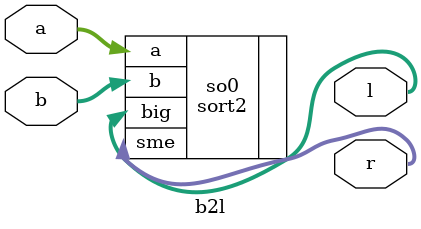
<source format=v>
`include "sort2.v"

module sort_yo
(
   input  [7:0] total7, total6, total5, total4, total3, total2, total1, total0,
   output [7:0] list7, list6, list5, list4, list3, list2, list1, list0
);


//===========================================
//   level 1
//===========================================

// wire [63:0] l1out,l2out,l3out,l4out,l5out,l6out;
wire [7:0] l1 [7:0], l2 [7:0], l3 [7:0], l4 [7:0], l5 [7:0];  // 宣告五個 8x8 的 wire 陣列


b2r b2r11(.a(total7), .b(total6), .l(l1[7]), .r(l1[6]));
b2r b2r12(.a(total3), .b(total2), .l(l1[3]), .r(l1[2]));
b2l b2l11(.a(total5), .b(total4), .l(l1[5]), .r(l1[4]));
b2l b2l12(.a(total1), .b(total0), .l(l1[1]), .r(l1[0]));


//===========================================
//   level 2
//===========================================

b2r b2r21(.a(l1[7]), .b(l1[5]), .l(l2[7]), .r(l2[5]));
b2r b2r22(.a(l1[6]), .b(l1[4]), .l(l2[6]), .r(l2[4]));
b2l b2l21(.a(l1[3]), .b(l1[1]), .l(l2[3]), .r(l2[1]));
b2l b2l22(.a(l1[2]), .b(l1[0]), .l(l2[2]), .r(l2[0]));

//===========================================
//   level 3
//===========================================

b2r b2r31(.a(l2[7]), .b(l2[6]), .l(l3[7]), .r(l3[6]));
b2r b2r32(.a(l2[5]), .b(l2[4]), .l(l3[5]), .r(l3[4]));
b2l b2l31(.a(l2[3]), .b(l2[2]), .l(l3[3]), .r(l3[2]));
b2l b2l32(.a(l2[1]), .b(l2[0]), .l(l3[1]), .r(l3[0]));

//===========================================
//   level 4
//===========================================

b2r b2r41(.a(l3[7]), .b(l3[3]), .l(l4[7]), .r(l4[3]));
b2r b2r42(.a(l3[6]), .b(l3[2]), .l(l4[6]), .r(l4[2]));
b2r b2r43(.a(l3[5]), .b(l3[1]), .l(l4[5]), .r(l4[1]));
b2r b2r44(.a(l3[4]), .b(l3[0]), .l(l4[4]), .r(l4[0]));
//===========================================
//   level 5
//===========================================

b2r b2r51(.a(l4[7]), .b(l4[5]), .l(l5[7]), .r(l5[5]));
b2r b2r52(.a(l4[6]), .b(l4[4]), .l(l5[6]), .r(l5[4]));
b2r b2r53(.a(l4[3]), .b(l4[1]), .l(l5[3]), .r(l5[1]));
b2r b2r54(.a(l4[2]), .b(l4[0]), .l(l5[2]), .r(l5[0]));

//===========================================
//   level 6
//===========================================

b2r b2r61(.a(l5[7]), .b(l5[6]), .l(list0), .r(list1));
b2r b2r62(.a(l5[5]), .b(l5[4]), .l(list2), .r(list3));
b2r b2r63(.a(l5[3]), .b(l5[2]), .l(list4), .r(list5));
b2r b2r64(.a(l5[1]), .b(l5[0]), .l(list6), .r(list7));


endmodule

module b2r (
    a,b,r,l
);

input [7:0] a,b;
output [7:0] l,r;

sort2 so0( .a(a), .b(b), .big(r), .sme(l));

endmodule

module b2l (
    a,b,l,r
);

input [7:0] a,b;
output [7:0] l,r;

sort2 so0( .a(a), .b(b), .big(l), .sme(r));

endmodule
</source>
